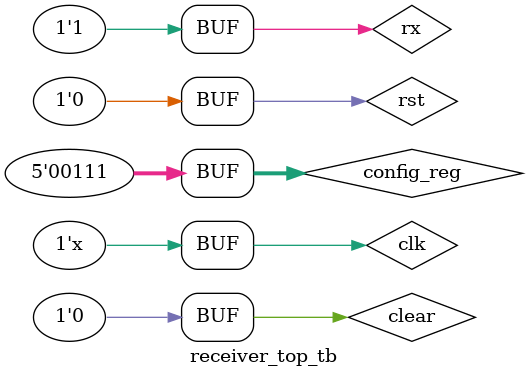
<source format=v>

module receiver_top (
input wire rx , clk , reset , clear_flag,
input wire [4:0] config_reg ,// stop bit , parity bits (2) , baudrate bits (2) 
output wire flag_parity_error,
output wire flag_data_received ,
output wire [7:0] data_exracted
);
wire tick , stop_bit,rec_com;
wire[1:0] parity ;
wire[1:0] bd_rate ;
wire [8:0] data_with_parity ;
assign parity = {config_reg[3],config_reg[2] } ;
assign bd_rate ={config_reg[1],config_reg[0] } ; 
assign stop_bit =config_reg[4];
receiver_fsm fsm (clk , reset , rx , tick , parity, stop_bit ,data_with_parity, rec_com) ;
interface_reciever interface (clear_flag,rec_com ,data_with_parity,clk, reset , parity,flag_data_received , flag_parity_error ,data_exracted) ;
baud_rate_generator baud (clk,reset,bd_rate,tick);
endmodule 

module receiver_top_tb;
reg rx, clk , rst , clear ;
reg [4:0] config_reg ;

wire flag_parity, flag_rec ;
wire [7:0] data ;

receiver_top top (rx , clk , rst , clear, config_reg , flag_parity,flag_rec , data);




always
begin
#1 clk <= ~clk;
end



initial
begin
clk <=0;
config_reg <= 5'b00111 ;
rst <=1;
rx<=1;

#10
rst <=0;
clear <=1'b0;
//first frame

#3200 
rx<=0;
//start of data

#3200 rx<=1;
#3200 rx<=0;
#3200 rx<=1;
#3200 rx<=0;
#3200 rx<=0;
#3200 rx<=1;
#3200 rx<=0;
#3200 rx<=1;
//parity bit
#3200 rx<=0;
//stop bit
 #3200 rx<=1;

//secondframe 
#3200 rx<=0;
//start of data
#3200 rx<=0;
#3200 rx<=1;
#3200 rx<=1;
#3200 rx<=1;
#3200 rx<=1; 
#3200 rx<=1;
#3200 rx<=1;
#3200 rx<=1;
//parity bit
#3200 rx<=0;
//stop bit
#3200 rx<=1;
/*
#0
$monitor("%b %b tick %b data %b %b complete %b" ,rst ,clk ,tick ,rx ,data_out ,complete);*/
end

endmodule 
</source>
